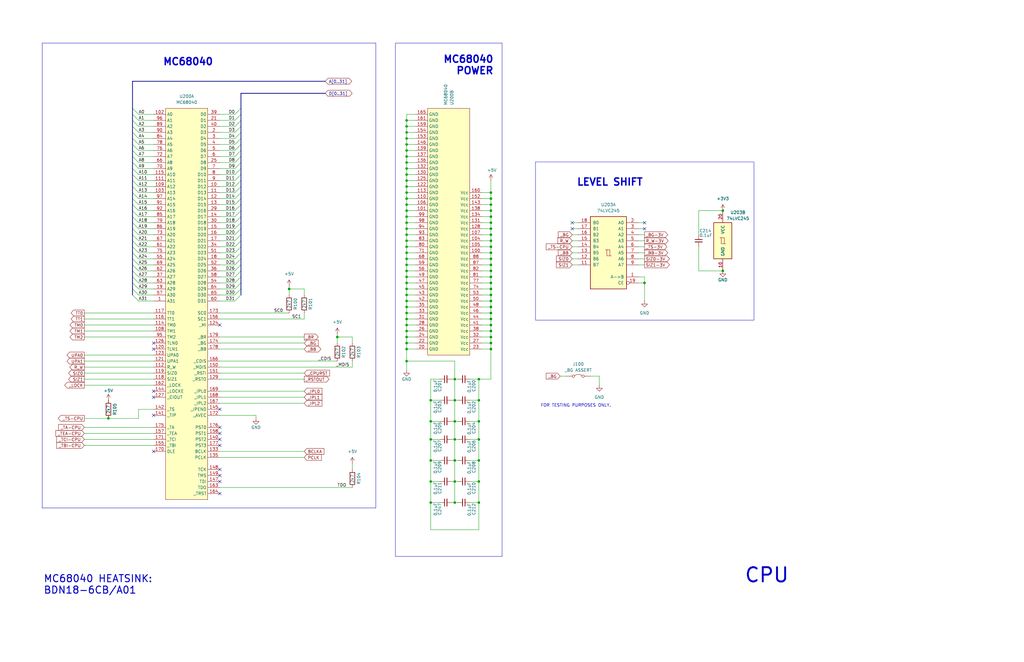
<source format=kicad_sch>
(kicad_sch (version 20231120) (generator "eeschema") (generator_version "8.0")
  (paper "B")
  (title_block (title "AmigaPCI 68040 Local Bus Card") (date "2024-12-31") (rev "4.1"))
  (junction (at 171.45 63.5))
  (junction (at 171.45 83.82))
  (junction (at 121.92 121.92))
  (junction (at 171.45 58.42))
  (junction (at 181.61 203.2))
  (junction (at 191.77 177.8))
  (junction (at 201.93 177.8))
  (junction (at 181.61 212.09))
  (junction (at 171.45 68.58))
  (junction (at 171.45 76.2))
  (junction (at 304.8 114.3))
  (junction (at 171.45 134.62))
  (junction (at 171.45 127))
  (junction (at 207.01 129.54))
  (junction (at 207.01 144.78))
  (junction (at 207.01 121.92))
  (junction (at 171.45 132.08))
  (junction (at 207.01 139.7))
  (junction (at 45.72 176.53))
  (junction (at 171.45 152.4))
  (junction (at 191.77 185.42))
  (junction (at 171.45 137.16))
  (junction (at 181.61 177.8))
  (junction (at 207.01 104.14))
  (junction (at 171.45 104.14))
  (junction (at 171.45 81.28))
  (junction (at 171.45 71.12))
  (junction (at 171.45 147.32))
  (junction (at 191.77 203.2))
  (junction (at 207.01 106.68))
  (junction (at 171.45 93.98))
  (junction (at 207.01 147.32))
  (junction (at 171.45 111.76))
  (junction (at 181.61 168.91))
  (junction (at 207.01 114.3))
  (junction (at 271.78 119.38))
  (junction (at 207.01 99.06))
  (junction (at 171.45 66.04))
  (junction (at 142.24 142.24))
  (junction (at 207.01 93.98))
  (junction (at 201.93 194.31))
  (junction (at 171.45 116.84))
  (junction (at 171.45 96.52))
  (junction (at 207.01 132.08))
  (junction (at 171.45 144.78))
  (junction (at 207.01 83.82))
  (junction (at 304.8 88.9))
  (junction (at 207.01 116.84))
  (junction (at 171.45 73.66))
  (junction (at 171.45 109.22))
  (junction (at 171.45 55.88))
  (junction (at 207.01 88.9))
  (junction (at 171.45 88.9))
  (junction (at 191.77 168.91))
  (junction (at 171.45 139.7))
  (junction (at 201.93 212.09))
  (junction (at 207.01 134.62))
  (junction (at 171.45 124.46))
  (junction (at 171.45 99.06))
  (junction (at 207.01 91.44))
  (junction (at 207.01 127))
  (junction (at 207.01 119.38))
  (junction (at 201.93 160.02))
  (junction (at 171.45 86.36))
  (junction (at 207.01 81.28))
  (junction (at 171.45 53.34))
  (junction (at 171.45 91.44))
  (junction (at 207.01 101.6))
  (junction (at 171.45 129.54))
  (junction (at 171.45 106.68))
  (junction (at 171.45 142.24))
  (junction (at 207.01 86.36))
  (junction (at 207.01 109.22))
  (junction (at 191.77 194.31))
  (junction (at 171.45 50.8))
  (junction (at 201.93 203.2))
  (junction (at 201.93 185.42))
  (junction (at 181.61 185.42))
  (junction (at 171.45 60.96))
  (junction (at 171.45 121.92))
  (junction (at 191.77 212.09))
  (junction (at 207.01 137.16))
  (junction (at 181.61 194.31))
  (junction (at 171.45 101.6))
  (junction (at 171.45 119.38))
  (junction (at 171.45 78.74))
  (junction (at 207.01 111.76))
  (junction (at 201.93 168.91))
  (junction (at 207.01 142.24))
  (junction (at 207.01 124.46))
  (junction (at 207.01 96.52))
  (junction (at 171.45 114.3))
  (junction (at 191.77 160.02))
  (no_connect (at 92.71 208.28))
  (no_connect (at 64.77 144.78))
  (no_connect (at 271.78 96.52))
  (no_connect (at 64.77 175.26))
  (no_connect (at 64.77 190.5))
  (no_connect (at 64.77 167.64))
  (no_connect (at 92.71 185.42))
  (no_connect (at 64.77 165.1))
  (no_connect (at 92.71 182.88))
  (no_connect (at 64.77 147.32))
  (no_connect (at 92.71 137.16))
  (no_connect (at 92.71 172.72))
  (no_connect (at 271.78 93.98))
  (no_connect (at 92.71 200.66))
  (no_connect (at 92.71 198.12))
  (no_connect (at 92.71 187.96))
  (no_connect (at 241.3 93.98))
  (no_connect (at 241.3 96.52))
  (no_connect (at 92.71 203.2))
  (no_connect (at 92.71 180.34))
  (bus_entry (at 99.06 50.8) (size 2.54 -2.54))
  (bus_entry (at 99.06 91.44) (size 2.54 -2.54))
  (bus_entry (at 58.42 106.68) (size -2.54 -2.54))
  (bus_entry (at 99.06 76.2) (size 2.54 -2.54))
  (bus_entry (at 58.42 58.42) (size -2.54 -2.54))
  (bus_entry (at 58.42 88.9) (size -2.54 -2.54))
  (bus_entry (at 99.06 78.74) (size 2.54 -2.54))
  (bus_entry (at 99.06 104.14) (size 2.54 -2.54))
  (bus_entry (at 99.06 60.96) (size 2.54 -2.54))
  (bus_entry (at 99.06 83.82) (size 2.54 -2.54))
  (bus_entry (at 58.42 83.82) (size -2.54 -2.54))
  (bus_entry (at 58.42 63.5) (size -2.54 -2.54))
  (bus_entry (at 99.06 63.5) (size 2.54 -2.54))
  (bus_entry (at 58.42 96.52) (size -2.54 -2.54))
  (bus_entry (at 99.06 101.6) (size 2.54 -2.54))
  (bus_entry (at 58.42 116.84) (size -2.54 -2.54))
  (bus_entry (at 58.42 124.46) (size -2.54 -2.54))
  (bus_entry (at 58.42 93.98) (size -2.54 -2.54))
  (bus_entry (at 99.06 116.84) (size 2.54 -2.54))
  (bus_entry (at 99.06 124.46) (size 2.54 -2.54))
  (bus_entry (at 99.06 106.68) (size 2.54 -2.54))
  (bus_entry (at 58.42 81.28) (size -2.54 -2.54))
  (bus_entry (at 58.42 101.6) (size -2.54 -2.54))
  (bus_entry (at 99.06 53.34) (size 2.54 -2.54))
  (bus_entry (at 99.06 86.36) (size 2.54 -2.54))
  (bus_entry (at 99.06 88.9) (size 2.54 -2.54))
  (bus_entry (at 58.42 48.26) (size -2.54 -2.54))
  (bus_entry (at 58.42 109.22) (size -2.54 -2.54))
  (bus_entry (at 99.06 93.98) (size 2.54 -2.54))
  (bus_entry (at 58.42 50.8) (size -2.54 -2.54))
  (bus_entry (at 58.42 121.92) (size -2.54 -2.54))
  (bus_entry (at 58.42 127) (size -2.54 -2.54))
  (bus_entry (at 58.42 91.44) (size -2.54 -2.54))
  (bus_entry (at 99.06 73.66) (size 2.54 -2.54))
  (bus_entry (at 58.42 119.38) (size -2.54 -2.54))
  (bus_entry (at 58.42 114.3) (size -2.54 -2.54))
  (bus_entry (at 99.06 58.42) (size 2.54 -2.54))
  (bus_entry (at 99.06 121.92) (size 2.54 -2.54))
  (bus_entry (at 99.06 109.22) (size 2.54 -2.54))
  (bus_entry (at 58.42 71.12) (size -2.54 -2.54))
  (bus_entry (at 99.06 127) (size 2.54 -2.54))
  (bus_entry (at 99.06 111.76) (size 2.54 -2.54))
  (bus_entry (at 58.42 53.34) (size -2.54 -2.54))
  (bus_entry (at 58.42 99.06) (size -2.54 -2.54))
  (bus_entry (at 58.42 78.74) (size -2.54 -2.54))
  (bus_entry (at 99.06 114.3) (size 2.54 -2.54))
  (bus_entry (at 58.42 86.36) (size -2.54 -2.54))
  (bus_entry (at 99.06 55.88) (size 2.54 -2.54))
  (bus_entry (at 58.42 104.14) (size -2.54 -2.54))
  (bus_entry (at 58.42 111.76) (size -2.54 -2.54))
  (bus_entry (at 99.06 66.04) (size 2.54 -2.54))
  (bus_entry (at 58.42 66.04) (size -2.54 -2.54))
  (bus_entry (at 58.42 60.96) (size -2.54 -2.54))
  (bus_entry (at 99.06 119.38) (size 2.54 -2.54))
  (bus_entry (at 58.42 73.66) (size -2.54 -2.54))
  (bus_entry (at 99.06 96.52) (size 2.54 -2.54))
  (bus_entry (at 58.42 68.58) (size -2.54 -2.54))
  (bus_entry (at 99.06 48.26) (size 2.54 -2.54))
  (bus_entry (at 99.06 81.28) (size 2.54 -2.54))
  (bus_entry (at 99.06 99.06) (size 2.54 -2.54))
  (bus_entry (at 58.42 76.2) (size -2.54 -2.54))
  (bus_entry (at 99.06 71.12) (size 2.54 -2.54))
  (bus_entry (at 99.06 68.58) (size 2.54 -2.54))
  (bus_entry (at 58.42 55.88) (size -2.54 -2.54))
  (wire (pts (xy 35.56 152.4) (xy 64.77 152.4)))
  (wire (pts (xy 236.22 158.75) (xy 238.76 158.75)))
  (wire (pts (xy 171.45 106.68) (xy 171.45 109.22)))
  (wire (pts (xy 207.01 99.06) (xy 207.01 101.6)))
  (wire (pts (xy 92.71 132.08) (xy 121.92 132.08)))
  (wire (pts (xy 92.71 127) (xy 99.06 127)))
  (wire (pts (xy 241.3 96.52) (xy 243.84 96.52)))
  (wire (pts (xy 207.01 116.84) (xy 203.2 116.84)))
  (wire (pts (xy 191.77 152.4) (xy 191.77 160.02)))
  (wire (pts (xy 207.01 83.82) (xy 207.01 86.36)))
  (wire (pts (xy 58.42 81.28) (xy 64.77 81.28)))
  (wire (pts (xy 58.42 73.66) (xy 64.77 73.66)))
  (wire (pts (xy 175.26 81.28) (xy 171.45 81.28)))
  (wire (pts (xy 58.42 119.38) (xy 64.77 119.38)))
  (wire (pts (xy 92.71 73.66) (xy 99.06 73.66)))
  (bus (pts (xy 101.6 83.82) (xy 101.6 86.36)))
  (wire (pts (xy 198.12 160.02) (xy 201.93 160.02)))
  (wire (pts (xy 269.24 116.84) (xy 271.78 116.84)))
  (wire (pts (xy 171.45 73.66) (xy 171.45 76.2)))
  (wire (pts (xy 193.04 212.09) (xy 191.77 212.09)))
  (wire (pts (xy 193.04 203.2) (xy 191.77 203.2)))
  (wire (pts (xy 128.27 124.46) (xy 128.27 121.92)))
  (wire (pts (xy 35.56 149.86) (xy 64.77 149.86)))
  (wire (pts (xy 207.01 121.92) (xy 207.01 124.46)))
  (wire (pts (xy 35.56 180.34) (xy 64.77 180.34)))
  (wire (pts (xy 207.01 104.14) (xy 207.01 106.68)))
  (wire (pts (xy 175.26 96.52) (xy 171.45 96.52)))
  (wire (pts (xy 148.59 195.58) (xy 148.59 198.12)))
  (bus (pts (xy 101.6 109.22) (xy 101.6 111.76)))
  (bus (pts (xy 55.88 96.52) (xy 55.88 99.06)))
  (wire (pts (xy 181.61 203.2) (xy 185.42 203.2)))
  (wire (pts (xy 35.56 182.88) (xy 64.77 182.88)))
  (wire (pts (xy 191.77 185.42) (xy 191.77 194.31)))
  (wire (pts (xy 58.42 121.92) (xy 64.77 121.92)))
  (bus (pts (xy 101.6 106.68) (xy 101.6 109.22)))
  (bus (pts (xy 55.88 68.58) (xy 55.88 71.12)))
  (wire (pts (xy 181.61 160.02) (xy 181.61 168.91)))
  (wire (pts (xy 175.26 147.32) (xy 171.45 147.32)))
  (wire (pts (xy 92.71 50.8) (xy 99.06 50.8)))
  (wire (pts (xy 175.26 106.68) (xy 171.45 106.68)))
  (wire (pts (xy 171.45 50.8) (xy 171.45 53.34)))
  (wire (pts (xy 92.71 91.44) (xy 99.06 91.44)))
  (wire (pts (xy 198.12 168.91) (xy 201.93 168.91)))
  (wire (pts (xy 201.93 223.52) (xy 181.61 223.52)))
  (wire (pts (xy 207.01 144.78) (xy 207.01 147.32)))
  (wire (pts (xy 92.71 55.88) (xy 99.06 55.88)))
  (wire (pts (xy 58.42 83.82) (xy 64.77 83.82)))
  (wire (pts (xy 58.42 86.36) (xy 64.77 86.36)))
  (bus (pts (xy 101.6 86.36) (xy 101.6 88.9)))
  (wire (pts (xy 58.42 172.72) (xy 64.77 172.72)))
  (wire (pts (xy 171.45 129.54) (xy 171.45 132.08)))
  (wire (pts (xy 207.01 114.3) (xy 203.2 114.3)))
  (bus (pts (xy 101.6 45.72) (xy 101.6 48.26)))
  (wire (pts (xy 58.42 114.3) (xy 64.77 114.3)))
  (bus (pts (xy 55.88 83.82) (xy 55.88 86.36)))
  (wire (pts (xy 35.56 154.94) (xy 64.77 154.94)))
  (bus (pts (xy 101.6 101.6) (xy 101.6 104.14)))
  (bus (pts (xy 101.6 121.92) (xy 101.6 124.46)))
  (wire (pts (xy 175.26 101.6) (xy 171.45 101.6)))
  (wire (pts (xy 207.01 144.78) (xy 203.2 144.78)))
  (wire (pts (xy 207.01 81.28) (xy 207.01 83.82)))
  (wire (pts (xy 175.26 119.38) (xy 171.45 119.38)))
  (wire (pts (xy 203.2 132.08) (xy 207.01 132.08)))
  (wire (pts (xy 171.45 58.42) (xy 171.45 60.96)))
  (bus (pts (xy 55.88 66.04) (xy 55.88 68.58)))
  (wire (pts (xy 35.56 162.56) (xy 64.77 162.56)))
  (bus (pts (xy 55.88 81.28) (xy 55.88 83.82)))
  (wire (pts (xy 175.26 50.8) (xy 171.45 50.8)))
  (wire (pts (xy 171.45 55.88) (xy 171.45 58.42)))
  (wire (pts (xy 191.77 168.91) (xy 190.5 168.91)))
  (wire (pts (xy 241.3 109.22) (xy 243.84 109.22)))
  (bus (pts (xy 55.88 50.8) (xy 55.88 53.34)))
  (wire (pts (xy 171.45 60.96) (xy 171.45 63.5)))
  (wire (pts (xy 175.26 93.98) (xy 171.45 93.98)))
  (bus (pts (xy 101.6 66.04) (xy 101.6 68.58)))
  (wire (pts (xy 241.3 111.76) (xy 243.84 111.76)))
  (wire (pts (xy 92.71 99.06) (xy 99.06 99.06)))
  (wire (pts (xy 171.45 111.76) (xy 171.45 114.3)))
  (wire (pts (xy 175.26 116.84) (xy 171.45 116.84)))
  (wire (pts (xy 193.04 160.02) (xy 191.77 160.02)))
  (wire (pts (xy 271.78 119.38) (xy 269.24 119.38)))
  (wire (pts (xy 175.26 99.06) (xy 171.45 99.06)))
  (wire (pts (xy 207.01 139.7) (xy 207.01 142.24)))
  (wire (pts (xy 171.45 53.34) (xy 171.45 55.88)))
  (wire (pts (xy 175.26 68.58) (xy 171.45 68.58)))
  (wire (pts (xy 171.45 144.78) (xy 171.45 147.32)))
  (wire (pts (xy 294.64 114.3) (xy 304.8 114.3)))
  (wire (pts (xy 207.01 99.06) (xy 203.2 99.06)))
  (bus (pts (xy 55.88 48.26) (xy 55.88 50.8)))
  (bus (pts (xy 101.6 68.58) (xy 101.6 71.12)))
  (wire (pts (xy 191.77 168.91) (xy 191.77 177.8)))
  (wire (pts (xy 193.04 168.91) (xy 191.77 168.91)))
  (wire (pts (xy 35.56 187.96) (xy 64.77 187.96)))
  (bus (pts (xy 101.6 60.96) (xy 101.6 63.5)))
  (wire (pts (xy 241.3 93.98) (xy 243.84 93.98)))
  (wire (pts (xy 241.3 104.14) (xy 243.84 104.14)))
  (wire (pts (xy 58.42 101.6) (xy 64.77 101.6)))
  (wire (pts (xy 121.92 121.92) (xy 121.92 124.46)))
  (wire (pts (xy 148.59 144.78) (xy 148.59 142.24)))
  (bus (pts (xy 101.6 119.38) (xy 101.6 121.92)))
  (wire (pts (xy 207.01 109.22) (xy 207.01 111.76)))
  (bus (pts (xy 55.88 88.9) (xy 55.88 91.44)))
  (bus (pts (xy 55.88 93.98) (xy 55.88 96.52)))
  (wire (pts (xy 198.12 185.42) (xy 201.93 185.42)))
  (wire (pts (xy 207.01 124.46) (xy 207.01 127)))
  (wire (pts (xy 92.71 134.62) (xy 128.27 134.62)))
  (bus (pts (xy 55.88 55.88) (xy 55.88 58.42)))
  (wire (pts (xy 92.71 116.84) (xy 99.06 116.84)))
  (wire (pts (xy 207.01 139.7) (xy 203.2 139.7)))
  (wire (pts (xy 181.61 177.8) (xy 185.42 177.8)))
  (wire (pts (xy 207.01 127) (xy 203.2 127)))
  (wire (pts (xy 58.42 116.84) (xy 64.77 116.84)))
  (wire (pts (xy 171.45 119.38) (xy 171.45 121.92)))
  (wire (pts (xy 92.71 142.24) (xy 128.27 142.24)))
  (wire (pts (xy 248.92 158.75) (xy 252.73 158.75)))
  (wire (pts (xy 175.26 55.88) (xy 171.45 55.88)))
  (wire (pts (xy 207.01 96.52) (xy 207.01 99.06)))
  (wire (pts (xy 207.01 127) (xy 207.01 129.54)))
  (bus (pts (xy 55.88 76.2) (xy 55.88 78.74)))
  (wire (pts (xy 92.71 193.04) (xy 128.27 193.04)))
  (wire (pts (xy 175.26 121.92) (xy 171.45 121.92)))
  (bus (pts (xy 101.6 58.42) (xy 101.6 60.96)))
  (wire (pts (xy 207.01 83.82) (xy 203.2 83.82)))
  (wire (pts (xy 92.71 104.14) (xy 99.06 104.14)))
  (wire (pts (xy 175.26 129.54) (xy 171.45 129.54)))
  (wire (pts (xy 92.71 53.34) (xy 99.06 53.34)))
  (wire (pts (xy 201.93 177.8) (xy 201.93 185.42)))
  (wire (pts (xy 171.45 137.16) (xy 171.45 139.7)))
  (wire (pts (xy 191.77 177.8) (xy 191.77 185.42)))
  (wire (pts (xy 191.77 212.09) (xy 190.5 212.09)))
  (wire (pts (xy 271.78 99.06) (xy 269.24 99.06)))
  (wire (pts (xy 175.26 142.24) (xy 171.45 142.24)))
  (bus (pts (xy 101.6 93.98) (xy 101.6 96.52)))
  (wire (pts (xy 92.71 71.12) (xy 99.06 71.12)))
  (wire (pts (xy 207.01 106.68) (xy 203.2 106.68)))
  (wire (pts (xy 207.01 119.38) (xy 207.01 121.92)))
  (wire (pts (xy 252.73 158.75) (xy 252.73 162.56)))
  (wire (pts (xy 171.45 83.82) (xy 171.45 86.36)))
  (wire (pts (xy 148.59 142.24) (xy 142.24 142.24)))
  (wire (pts (xy 58.42 50.8) (xy 64.77 50.8)))
  (wire (pts (xy 181.61 212.09) (xy 181.61 223.52)))
  (bus (pts (xy 101.6 55.88) (xy 101.6 58.42)))
  (bus (pts (xy 101.6 91.44) (xy 101.6 93.98)))
  (wire (pts (xy 142.24 140.97) (xy 142.24 142.24)))
  (wire (pts (xy 58.42 53.34) (xy 64.77 53.34)))
  (wire (pts (xy 207.01 134.62) (xy 207.01 137.16)))
  (wire (pts (xy 58.42 68.58) (xy 64.77 68.58)))
  (wire (pts (xy 58.42 124.46) (xy 64.77 124.46)))
  (wire (pts (xy 207.01 116.84) (xy 207.01 119.38)))
  (wire (pts (xy 92.71 58.42) (xy 99.06 58.42)))
  (wire (pts (xy 171.45 96.52) (xy 171.45 99.06)))
  (wire (pts (xy 207.01 104.14) (xy 203.2 104.14)))
  (bus (pts (xy 101.6 73.66) (xy 101.6 76.2)))
  (wire (pts (xy 207.01 106.68) (xy 207.01 109.22)))
  (wire (pts (xy 175.26 127) (xy 171.45 127)))
  (wire (pts (xy 58.42 58.42) (xy 64.77 58.42)))
  (wire (pts (xy 175.26 124.46) (xy 171.45 124.46)))
  (wire (pts (xy 193.04 185.42) (xy 191.77 185.42)))
  (wire (pts (xy 198.12 177.8) (xy 201.93 177.8)))
  (wire (pts (xy 171.45 114.3) (xy 171.45 116.84)))
  (wire (pts (xy 35.56 132.08) (xy 64.77 132.08)))
  (wire (pts (xy 207.01 114.3) (xy 207.01 116.84)))
  (bus (pts (xy 55.88 106.68) (xy 55.88 109.22)))
  (bus (pts (xy 101.6 104.14) (xy 101.6 106.68)))
  (wire (pts (xy 171.45 81.28) (xy 171.45 83.82)))
  (wire (pts (xy 191.77 160.02) (xy 191.77 168.91)))
  (wire (pts (xy 175.26 58.42) (xy 171.45 58.42)))
  (bus (pts (xy 55.88 34.29) (xy 137.16 34.29)))
  (wire (pts (xy 92.71 88.9) (xy 99.06 88.9)))
  (wire (pts (xy 294.64 99.06) (xy 294.64 88.9)))
  (wire (pts (xy 175.26 104.14) (xy 171.45 104.14)))
  (bus (pts (xy 55.88 101.6) (xy 55.88 104.14)))
  (wire (pts (xy 271.78 109.22) (xy 269.24 109.22)))
  (bus (pts (xy 55.88 91.44) (xy 55.88 93.98)))
  (wire (pts (xy 175.26 111.76) (xy 171.45 111.76)))
  (wire (pts (xy 92.71 157.48) (xy 128.27 157.48)))
  (wire (pts (xy 171.45 68.58) (xy 171.45 71.12)))
  (bus (pts (xy 55.88 58.42) (xy 55.88 60.96)))
  (wire (pts (xy 171.45 142.24) (xy 171.45 144.78)))
  (wire (pts (xy 92.71 68.58) (xy 99.06 68.58)))
  (wire (pts (xy 191.77 194.31) (xy 191.77 203.2)))
  (wire (pts (xy 269.24 111.76) (xy 271.78 111.76)))
  (wire (pts (xy 207.01 142.24) (xy 207.01 144.78)))
  (bus (pts (xy 55.88 99.06) (xy 55.88 101.6)))
  (wire (pts (xy 58.42 104.14) (xy 64.77 104.14)))
  (wire (pts (xy 207.01 132.08) (xy 207.01 134.62)))
  (wire (pts (xy 92.71 83.82) (xy 99.06 83.82)))
  (bus (pts (xy 55.88 60.96) (xy 55.88 63.5)))
  (wire (pts (xy 58.42 63.5) (xy 64.77 63.5)))
  (wire (pts (xy 198.12 212.09) (xy 201.93 212.09)))
  (bus (pts (xy 101.6 63.5) (xy 101.6 66.04)))
  (wire (pts (xy 58.42 99.06) (xy 64.77 99.06)))
  (wire (pts (xy 207.01 109.22) (xy 203.2 109.22)))
  (wire (pts (xy 92.71 96.52) (xy 99.06 96.52)))
  (wire (pts (xy 271.78 93.98) (xy 269.24 93.98)))
  (wire (pts (xy 207.01 111.76) (xy 207.01 114.3)))
  (bus (pts (xy 55.88 111.76) (xy 55.88 114.3)))
  (wire (pts (xy 175.26 137.16) (xy 171.45 137.16)))
  (wire (pts (xy 198.12 194.31) (xy 201.93 194.31)))
  (wire (pts (xy 92.71 78.74) (xy 99.06 78.74)))
  (bus (pts (xy 55.88 119.38) (xy 55.88 121.92)))
  (wire (pts (xy 181.61 194.31) (xy 181.61 203.2)))
  (wire (pts (xy 191.77 160.02) (xy 190.5 160.02)))
  (wire (pts (xy 241.3 101.6) (xy 243.84 101.6)))
  (wire (pts (xy 175.26 73.66) (xy 171.45 73.66)))
  (bus (pts (xy 55.88 63.5) (xy 55.88 66.04)))
  (wire (pts (xy 207.01 119.38) (xy 203.2 119.38)))
  (wire (pts (xy 207.01 96.52) (xy 203.2 96.52)))
  (wire (pts (xy 181.61 160.02) (xy 185.42 160.02)))
  (wire (pts (xy 207.01 137.16) (xy 203.2 137.16)))
  (wire (pts (xy 271.78 106.68) (xy 269.24 106.68)))
  (wire (pts (xy 201.93 203.2) (xy 201.93 212.09)))
  (wire (pts (xy 175.26 91.44) (xy 171.45 91.44)))
  (wire (pts (xy 35.56 137.16) (xy 64.77 137.16)))
  (wire (pts (xy 175.26 132.08) (xy 171.45 132.08)))
  (wire (pts (xy 203.2 91.44) (xy 207.01 91.44)))
  (wire (pts (xy 175.26 88.9) (xy 171.45 88.9)))
  (wire (pts (xy 207.01 88.9) (xy 207.01 91.44)))
  (wire (pts (xy 92.71 66.04) (xy 99.06 66.04)))
  (wire (pts (xy 271.78 101.6) (xy 269.24 101.6)))
  (wire (pts (xy 92.71 101.6) (xy 99.06 101.6)))
  (wire (pts (xy 207.01 137.16) (xy 207.01 139.7)))
  (wire (pts (xy 171.45 156.21) (xy 171.45 152.4)))
  (wire (pts (xy 207.01 93.98) (xy 207.01 96.52)))
  (wire (pts (xy 58.42 71.12) (xy 64.77 71.12)))
  (wire (pts (xy 58.42 55.88) (xy 64.77 55.88)))
  (wire (pts (xy 92.71 76.2) (xy 99.06 76.2)))
  (wire (pts (xy 181.61 194.31) (xy 185.42 194.31)))
  (wire (pts (xy 171.45 91.44) (xy 171.45 93.98)))
  (wire (pts (xy 121.92 120.65) (xy 121.92 121.92)))
  (wire (pts (xy 191.77 177.8) (xy 190.5 177.8)))
  (wire (pts (xy 171.45 139.7) (xy 171.45 142.24)))
  (wire (pts (xy 58.42 76.2) (xy 64.77 76.2)))
  (wire (pts (xy 142.24 142.24) (xy 142.24 144.78)))
  (wire (pts (xy 92.71 147.32) (xy 128.27 147.32)))
  (wire (pts (xy 207.01 91.44) (xy 207.01 93.98)))
  (bus (pts (xy 55.88 53.34) (xy 55.88 55.88)))
  (bus (pts (xy 101.6 76.2) (xy 101.6 78.74)))
  (wire (pts (xy 58.42 176.53) (xy 58.42 172.72)))
  (wire (pts (xy 175.26 139.7) (xy 171.45 139.7)))
  (bus (pts (xy 101.6 39.37) (xy 137.16 39.37)))
  (wire (pts (xy 181.61 168.91) (xy 185.42 168.91)))
  (wire (pts (xy 171.45 116.84) (xy 171.45 119.38)))
  (wire (pts (xy 175.26 114.3) (xy 171.45 114.3)))
  (wire (pts (xy 175.26 109.22) (xy 171.45 109.22)))
  (bus (pts (xy 101.6 96.52) (xy 101.6 99.06)))
  (wire (pts (xy 171.45 48.26) (xy 171.45 50.8)))
  (bus (pts (xy 101.6 45.72) (xy 101.6 39.37)))
  (wire (pts (xy 171.45 78.74) (xy 171.45 81.28)))
  (wire (pts (xy 35.56 134.62) (xy 64.77 134.62)))
  (wire (pts (xy 171.45 104.14) (xy 171.45 106.68)))
  (wire (pts (xy 171.45 124.46) (xy 171.45 127)))
  (wire (pts (xy 271.78 104.14) (xy 269.24 104.14)))
  (wire (pts (xy 175.26 66.04) (xy 171.45 66.04)))
  (wire (pts (xy 181.61 168.91) (xy 181.61 177.8)))
  (wire (pts (xy 191.77 152.4) (xy 171.45 152.4)))
  (wire (pts (xy 35.56 176.53) (xy 45.72 176.53)))
  (wire (pts (xy 181.61 177.8) (xy 181.61 185.42)))
  (wire (pts (xy 35.56 160.02) (xy 64.77 160.02)))
  (wire (pts (xy 175.26 63.5) (xy 171.45 63.5)))
  (wire (pts (xy 148.59 152.4) (xy 148.59 154.94)))
  (wire (pts (xy 171.45 86.36) (xy 171.45 88.9)))
  (wire (pts (xy 207.01 129.54) (xy 207.01 132.08)))
  (wire (pts (xy 92.71 167.64) (xy 128.27 167.64)))
  (wire (pts (xy 294.64 104.14) (xy 294.64 114.3)))
  (wire (pts (xy 92.71 114.3) (xy 99.06 114.3)))
  (wire (pts (xy 203.2 111.76) (xy 207.01 111.76)))
  (wire (pts (xy 92.71 109.22) (xy 99.06 109.22)))
  (wire (pts (xy 92.71 205.74) (xy 148.59 205.74)))
  (wire (pts (xy 181.61 212.09) (xy 185.42 212.09)))
  (wire (pts (xy 171.45 93.98) (xy 171.45 96.52)))
  (wire (pts (xy 207.01 101.6) (xy 207.01 104.14)))
  (wire (pts (xy 171.45 132.08) (xy 171.45 134.62)))
  (wire (pts (xy 207.01 160.02) (xy 201.93 160.02)))
  (wire (pts (xy 128.27 132.08) (xy 128.27 134.62)))
  (wire (pts (xy 35.56 185.42) (xy 64.77 185.42)))
  (wire (pts (xy 191.77 185.42) (xy 190.5 185.42)))
  (wire (pts (xy 207.01 76.2) (xy 207.01 81.28)))
  (bus (pts (xy 55.88 45.72) (xy 55.88 48.26)))
  (wire (pts (xy 58.42 127) (xy 64.77 127)))
  (wire (pts (xy 35.56 139.7) (xy 64.77 139.7)))
  (wire (pts (xy 191.77 203.2) (xy 190.5 203.2)))
  (wire (pts (xy 171.45 76.2) (xy 171.45 78.74)))
  (wire (pts (xy 201.93 168.91) (xy 201.93 177.8)))
  (wire (pts (xy 107.95 175.26) (xy 107.95 176.53)))
  (wire (pts (xy 171.45 63.5) (xy 171.45 66.04)))
  (wire (pts (xy 171.45 88.9) (xy 171.45 91.44)))
  (bus (pts (xy 55.88 71.12) (xy 55.88 73.66)))
  (wire (pts (xy 92.71 106.68) (xy 99.06 106.68)))
  (wire (pts (xy 92.71 165.1) (xy 128.27 165.1)))
  (wire (pts (xy 171.45 71.12) (xy 171.45 73.66)))
  (wire (pts (xy 207.01 134.62) (xy 203.2 134.62)))
  (wire (pts (xy 92.71 93.98) (xy 99.06 93.98)))
  (wire (pts (xy 58.42 48.26) (xy 64.77 48.26)))
  (bus (pts (xy 55.88 104.14) (xy 55.88 106.68)))
  (wire (pts (xy 207.01 147.32) (xy 203.2 147.32)))
  (wire (pts (xy 175.26 86.36) (xy 171.45 86.36)))
  (wire (pts (xy 198.12 203.2) (xy 201.93 203.2)))
  (wire (pts (xy 171.45 101.6) (xy 171.45 104.14)))
  (wire (pts (xy 171.45 121.92) (xy 171.45 124.46)))
  (wire (pts (xy 92.71 48.26) (xy 99.06 48.26)))
  (wire (pts (xy 271.78 96.52) (xy 269.24 96.52)))
  (wire (pts (xy 201.93 160.02) (xy 201.93 168.91)))
  (wire (pts (xy 175.26 48.26) (xy 171.45 48.26)))
  (wire (pts (xy 207.01 129.54) (xy 203.2 129.54)))
  (wire (pts (xy 92.71 152.4) (xy 142.24 152.4)))
  (wire (pts (xy 58.42 93.98) (xy 64.77 93.98)))
  (wire (pts (xy 128.27 121.92) (xy 121.92 121.92)))
  (wire (pts (xy 92.71 119.38) (xy 99.06 119.38)))
  (wire (pts (xy 171.45 66.04) (xy 171.45 68.58)))
  (wire (pts (xy 207.01 124.46) (xy 203.2 124.46)))
  (wire (pts (xy 207.01 86.36) (xy 203.2 86.36)))
  (wire (pts (xy 241.3 106.68) (xy 243.84 106.68)))
  (wire (pts (xy 203.2 101.6) (xy 207.01 101.6)))
  (wire (pts (xy 92.71 124.46) (xy 99.06 124.46)))
  (wire (pts (xy 58.42 91.44) (xy 64.77 91.44)))
  (wire (pts (xy 175.26 134.62) (xy 171.45 134.62)))
  (wire (pts (xy 191.77 203.2) (xy 191.77 212.09)))
  (wire (pts (xy 203.2 81.28) (xy 207.01 81.28)))
  (bus (pts (xy 101.6 48.26) (xy 101.6 50.8)))
  (wire (pts (xy 35.56 142.24) (xy 64.77 142.24)))
  (wire (pts (xy 201.93 194.31) (xy 201.93 203.2)))
  (wire (pts (xy 58.42 88.9) (xy 64.77 88.9)))
  (bus (pts (xy 55.88 116.84) (xy 55.88 119.38)))
  (wire (pts (xy 181.61 185.42) (xy 181.61 194.31)))
  (wire (pts (xy 92.71 111.76) (xy 99.06 111.76)))
  (wire (pts (xy 203.2 121.92) (xy 207.01 121.92)))
  (wire (pts (xy 171.45 109.22) (xy 171.45 111.76)))
  (wire (pts (xy 171.45 127) (xy 171.45 129.54)))
  (wire (pts (xy 92.71 121.92) (xy 99.06 121.92)))
  (wire (pts (xy 181.61 203.2) (xy 181.61 212.09)))
  (wire (pts (xy 175.26 78.74) (xy 171.45 78.74)))
  (wire (pts (xy 92.71 60.96) (xy 99.06 60.96)))
  (wire (pts (xy 92.71 170.18) (xy 128.27 170.18)))
  (wire (pts (xy 201.93 185.42) (xy 201.93 194.31)))
  (wire (pts (xy 58.42 109.22) (xy 64.77 109.22)))
  (wire (pts (xy 92.71 154.94) (xy 148.59 154.94)))
  (wire (pts (xy 271.78 119.38) (xy 271.78 127)))
  (bus (pts (xy 101.6 53.34) (xy 101.6 55.88)))
  (bus (pts (xy 101.6 71.12) (xy 101.6 73.66)))
  (wire (pts (xy 58.42 60.96) (xy 64.77 60.96)))
  (bus (pts (xy 55.88 34.29) (xy 55.88 45.72)))
  (wire (pts (xy 92.71 160.02) (xy 128.27 160.02)))
  (wire (pts (xy 58.42 106.68) (xy 64.77 106.68)))
  (bus (pts (xy 101.6 114.3) (xy 101.6 116.84)))
  (wire (pts (xy 92.71 81.28) (xy 99.06 81.28)))
  (wire (pts (xy 58.42 66.04) (xy 64.77 66.04)))
  (bus (pts (xy 101.6 99.06) (xy 101.6 101.6)))
  (wire (pts (xy 193.04 194.31) (xy 191.77 194.31)))
  (wire (pts (xy 58.42 78.74) (xy 64.77 78.74)))
  (bus (pts (xy 101.6 88.9) (xy 101.6 91.44)))
  (wire (pts (xy 92.71 63.5) (xy 99.06 63.5)))
  (wire (pts (xy 191.77 194.31) (xy 190.5 194.31)))
  (wire (pts (xy 271.78 116.84) (xy 271.78 119.38)))
  (bus (pts (xy 55.88 86.36) (xy 55.88 88.9)))
  (bus (pts (xy 101.6 81.28) (xy 101.6 83.82)))
  (wire (pts (xy 171.45 99.06) (xy 171.45 101.6)))
  (wire (pts (xy 181.61 185.42) (xy 185.42 185.42)))
  (wire (pts (xy 175.26 144.78) (xy 171.45 144.78)))
  (wire (pts (xy 207.01 88.9) (xy 203.2 88.9)))
  (wire (pts (xy 241.3 99.06) (xy 243.84 99.06)))
  (bus (pts (xy 101.6 111.76) (xy 101.6 114.3)))
  (wire (pts (xy 193.04 177.8) (xy 191.77 177.8)))
  (wire (pts (xy 175.26 53.34) (xy 171.45 53.34)))
  (wire (pts (xy 171.45 134.62) (xy 171.45 137.16)))
  (wire (pts (xy 207.01 147.32) (xy 207.01 160.02)))
  (bus (pts (xy 55.88 114.3) (xy 55.88 116.84)))
  (wire (pts (xy 58.42 96.52) (xy 64.77 96.52)))
  (bus (pts (xy 101.6 78.74) (xy 101.6 81.28)))
  (wire (pts (xy 175.26 83.82) (xy 171.45 83.82)))
  (wire (pts (xy 207.01 93.98) (xy 203.2 93.98)))
  (wire (pts (xy 35.56 157.48) (xy 64.77 157.48)))
  (bus (pts (xy 55.88 78.74) (xy 55.88 81.28)))
  (wire (pts (xy 175.26 76.2) (xy 171.45 76.2)))
  (bus (pts (xy 55.88 73.66) (xy 55.88 76.2)))
  (wire (pts (xy 294.64 88.9) (xy 304.8 88.9)))
  (wire (pts (xy 207.01 86.36) (xy 207.01 88.9)))
  (wire (pts (xy 92.71 144.78) (xy 128.27 144.78)))
  (bus (pts (xy 101.6 116.84) (xy 101.6 119.38)))
  (wire (pts (xy 92.71 86.36) (xy 99.06 86.36)))
  (wire (pts (xy 201.93 212.09) (xy 201.93 223.52)))
  (bus (pts (xy 101.6 50.8) (xy 101.6 53.34)))
  (bus (pts (xy 55.88 109.22) (xy 55.88 111.76)))
  (wire (pts (xy 58.42 111.76) (xy 64.77 111.76)))
  (wire (pts (xy 175.26 71.12) (xy 171.45 71.12)))
  (wire (pts (xy 175.26 60.96) (xy 171.45 60.96)))
  (wire (pts (xy 92.71 175.26) (xy 107.95 175.26)))
  (wire (pts (xy 171.45 147.32) (xy 171.45 152.4)))
  (bus (pts (xy 55.88 121.92) (xy 55.88 124.46)))
  (wire (pts (xy 203.2 142.24) (xy 207.01 142.24)))
  (wire (pts (xy 92.71 190.5) (xy 128.27 190.5)))
  (wire (pts (xy 45.72 176.53) (xy 58.42 176.53)))
  (rectangle (start 166.751 234.823) (end 211.709 18.161))
  (rectangle (start 225.806 68.326) (end 317.94 135.128))
  (rectangle (start 17.78 18.161) (end 158.496 214.376))
  (text "MC68040 HEATSINK: \nBDN18-6CB/A01" (at 18.288 250.952 0) (effects (font (size 3 3) (thickness 0.4) (bold yes)) (justify left bottom)))
  (text "LEVEL SHIFT" (at 243.078 78.74 0) (effects (font (size 3 3) (thickness 0.6) (bold yes)) (justify left bottom)))
  (text "MC68040" (at 68.58 27.94 0) (effects (font (size 3 3) (thickness 0.6) (bold yes)) (justify left bottom)))
  (text "FOR TESTING PURPOSES ONLY." (at 242.824 171.196 0) (effects (font (size 1.27 1.27))))
  (text "MC68040\nPOWER" (at 208.28 31.75 0) (effects (font (size 3 3) (thickness 0.6) (bold yes)) (justify right bottom)))
  (text "CPU" (at 313.69 246.38 0) (effects (font (size 6 6) (thickness 0.8) (bold yes)) (justify left bottom)))
  (label "D3" (at 99.06 55.88 180))
  (label "A19" (at 58.42 96.52 0))
  (label "D18" (at 99.06 93.98 180))
  (label "A5" (at 58.42 60.96 0))
  (label "A18" (at 58.42 93.98 0))
  (label "D9" (at 99.06 71.12 180))
  (label "A3" (at 58.42 55.88 0))
  (label "A23" (at 58.42 106.68 0))
  (label "A13" (at 58.42 81.28 0))
  (label "D17" (at 99.06 91.44 180))
  (label "D21" (at 99.06 101.6 180))
  (label "D29" (at 99.06 121.92 180))
  (label "A7" (at 58.42 66.04 0))
  (label "A0" (at 58.42 48.26 0))
  (label "A2" (at 58.42 53.34 0))
  (label "D2" (at 99.06 53.34 180))
  (label "A20" (at 58.42 99.06 0))
  (label "A16" (at 58.42 88.9 0))
  (label "D8" (at 99.06 68.58 180))
  (label "D30" (at 99.06 124.46 180))
  (label "SC1" (at 127 134.62 180))
  (label "D4" (at 99.06 58.42 180))
  (label "D5" (at 99.06 60.96 180))
  (label "A26" (at 58.42 114.3 0))
  (label "D22" (at 99.06 104.14 180))
  (label "D7" (at 99.06 66.04 180))
  (label "A22" (at 58.42 104.14 0))
  (label "D25" (at 99.06 111.76 180))
  (label "A27" (at 58.42 116.84 0))
  (label "A9" (at 58.42 71.12 0))
  (label "D6" (at 99.06 63.5 180))
  (label "A15" (at 58.42 86.36 0))
  (label "D16" (at 99.06 88.9 180))
  (label "A14" (at 58.42 83.82 0))
  (label "A12" (at 58.42 78.74 0))
  (label "D11" (at 99.06 76.2 180))
  (label "A4" (at 58.42 58.42 0))
  (label "A8" (at 58.42 68.58 0))
  (label "D24" (at 99.06 109.22 180))
  (label "A28" (at 58.42 119.38 0))
  (label "D27" (at 99.06 116.84 180))
  (label "D14" (at 99.06 83.82 180))
  (label "D26" (at 99.06 114.3 180))
  (label "_MDIS" (at 147.32 154.94 180))
  (label "A1" (at 58.42 50.8 0))
  (label "A25" (at 58.42 111.76 0))
  (label "D1" (at 99.06 50.8 180))
  (label "A10" (at 58.42 73.66 0))
  (label "D15" (at 99.06 86.36 180))
  (label "A30" (at 58.42 124.46 0))
  (label "A29" (at 58.42 121.92 0))
  (label "D19" (at 99.06 96.52 180))
  (label "_CDIS" (at 139.7 152.4 180))
  (label "D28" (at 99.06 119.38 180))
  (label "A6" (at 58.42 63.5 0))
  (label "SC0" (at 119.38 132.08 180))
  (label "D23" (at 99.06 106.68 180))
  (label "D13" (at 99.06 81.28 180))
  (label "D31" (at 99.06 127 180))
  (label "D20" (at 99.06 99.06 180))
  (label "A11" (at 58.42 76.2 0))
  (label "D12" (at 99.06 78.74 180))
  (label "TDO" (at 146.05 205.74 180))
  (label "D10" (at 99.06 73.66 180))
  (label "D0" (at 99.06 48.26 180))
  (label "A31" (at 58.42 127 0))
  (label "A24" (at 58.42 109.22 0))
  (label "A21" (at 58.42 101.6 0))
  (label "A17" (at 58.42 91.44 0))
  (global_label "TT0" (shape output) (at 35.56 132.08 180) (property "Intersheetrefs" "${INTERSHEET_REFS}" (at 29.5095 132.08 0) (effects (justify right))))
  (global_label "SIZ1" (shape input) (at 241.3 111.76 180) (property "Intersheetrefs" "${INTERSHEET_REFS}" (at 234.0815 111.76 0) (effects (justify right))))
  (global_label "R_W" (shape output) (at 35.56 154.94 180) (property "Intersheetrefs" "${INTERSHEET_REFS}" (at 29.337 154.94 0) (effects (justify right))))
  (global_label "_IPL2" (shape input) (at 128.27 170.18 0) (property "Intersheetrefs" "${INTERSHEET_REFS}" (at 136.2558 170.18 0) (effects (justify left))))
  (global_label "_LOCK" (shape output) (at 35.56 162.56 180) (property "Intersheetrefs" "${INTERSHEET_REFS}" (at 26.788 162.56 0) (effects (justify right))))
  (global_label "_BB" (shape input) (at 241.3 106.68 180) (property "Intersheetrefs" "${INTERSHEET_REFS}" (at 234.8072 106.68 0) (effects (justify right))))
  (global_label "PCLK" (shape input) (at 128.27 193.04 0) (property "Intersheetrefs" "${INTERSHEET_REFS}" (at 136.0933 193.04 0) (effects (justify left))))
  (global_label "SIZ0" (shape input) (at 241.3 109.22 180) (property "Intersheetrefs" "${INTERSHEET_REFS}" (at 234.0815 109.22 0) (effects (justify right))))
  (global_label "_BR" (shape output) (at 128.27 142.24 0) (property "Intersheetrefs" "${INTERSHEET_REFS}" (at 134.6834 142.24 0) (effects (justify left))))
  (global_label "_TS-CPU" (shape input) (at 241.3 104.14 180) (property "Intersheetrefs" "${INTERSHEET_REFS}" (at 229.7272 104.14 0) (effects (justify right))))
  (global_label "_IPL1" (shape input) (at 128.27 167.64 0) (property "Intersheetrefs" "${INTERSHEET_REFS}" (at 136.2558 167.64 0) (effects (justify left))))
  (global_label "_BG-3V" (shape output) (at 271.78 99.06 0) (property "Intersheetrefs" "${INTERSHEET_REFS}" (at 282.1433 99.06 0) (effects (justify left))))
  (global_label "SIZ0-3V" (shape output) (at 271.78 109.22 0) (property "Intersheetrefs" "${INTERSHEET_REFS}" (at 282.869 109.22 0) (effects (justify left))))
  (global_label "_BG" (shape input) (at 241.3 99.06 180) (property "Intersheetrefs" "${INTERSHEET_REFS}" (at 234.8072 99.06 0) (effects (justify right))))
  (global_label "D[0..31]" (shape bidirectional) (at 137.16 39.37 0) (property "Intersheetrefs" "${INTERSHEET_REFS}" (at 148.844 39.37 0) (effects (justify left))))
  (global_label "_TS-3V" (shape output) (at 271.78 104.14 0) (property "Intersheetrefs" "${INTERSHEET_REFS}" (at 281.7804 104.14 0) (effects (justify left))))
  (global_label "_IPL0" (shape input) (at 128.27 165.1 0) (property "Intersheetrefs" "${INTERSHEET_REFS}" (at 136.2558 165.1 0) (effects (justify left))))
  (global_label "TM2" (shape output) (at 35.56 142.24 180) (property "Intersheetrefs" "${INTERSHEET_REFS}" (at 29.0257 142.24 0) (effects (justify right))))
  (global_label "_TCI-CPU" (shape input) (at 35.56 185.42 180) (property "Intersheetrefs" "${INTERSHEET_REFS}" (at 23.3219 185.42 0) (effects (justify right))))
  (global_label "R_W" (shape input) (at 241.3 101.6 180) (property "Intersheetrefs" "${INTERSHEET_REFS}" (at 234.95 101.346 0) (effects (justify right))))
  (global_label "SIZ0" (shape output) (at 35.56 157.48 180) (property "Intersheetrefs" "${INTERSHEET_REFS}" (at 28.4209 157.48 0) (effects (justify right))))
  (global_label "A[0..31]" (shape bidirectional) (at 137.16 34.29 0) (property "Intersheetrefs" "${INTERSHEET_REFS}" (at 147.828 34.036 0) (effects (justify left))))
  (global_label "SIZ1-3V" (shape output) (at 271.78 111.76 0) (property "Intersheetrefs" "${INTERSHEET_REFS}" (at 282.869 111.76 0) (effects (justify left))))
  (global_label "_BG" (shape input) (at 236.22 158.75 180) (property "Intersheetrefs" "${INTERSHEET_REFS}" (at 229.7272 158.75 0) (effects (justify right))))
  (global_label "_CPURST" (shape input) (at 128.27 157.48 0) (property "Intersheetrefs" "${INTERSHEET_REFS}" (at 139.5404 157.48 0) (effects (justify left))))
  (global_label "_BG" (shape input) (at 128.27 144.78 0) (property "Intersheetrefs" "${INTERSHEET_REFS}" (at 134.6834 144.78 0) (effects (justify left))))
  (global_label "_TA-CPU" (shape input) (at 35.56 180.34 180) (property "Intersheetrefs" "${INTERSHEET_REFS}" (at 24.1081 180.34 0) (effects (justify right))))
  (global_label "_TBI-CPU" (shape input) (at 35.56 187.96 180) (property "Intersheetrefs" "${INTERSHEET_REFS}" (at 23.3219 187.96 0) (effects (justify right))))
  (global_label "_RSTOUT" (shape output) (at 128.27 160.02 0) (property "Intersheetrefs" "${INTERSHEET_REFS}" (at 139.2985 160.02 0) (effects (justify left))))
  (global_label "TM1" (shape output) (at 35.56 139.7 180) (property "Intersheetrefs" "${INTERSHEET_REFS}" (at 29.0257 139.7 0) (effects (justify right))))
  (global_label "_BB-3V" (shape output) (at 271.78 106.68 0) (property "Intersheetrefs" "${INTERSHEET_REFS}" (at 282.1433 106.68 0) (effects (justify left))))
  (global_label "R_W-3V" (shape output) (at 271.78 101.6 0) (property "Intersheetrefs" "${INTERSHEET_REFS}" (at 282.194 101.346 0) (effects (justify left))))
  (global_label "UPA0" (shape output) (at 35.56 149.86 180) (property "Intersheetrefs" "${INTERSHEET_REFS}" (at 27.7556 149.86 0) (effects (justify right))))
  (global_label "TT1" (shape output) (at 35.56 134.62 180) (property "Intersheetrefs" "${INTERSHEET_REFS}" (at 29.5095 134.62 0) (effects (justify right))))
  (global_label "TM0" (shape output) (at 35.56 137.16 180) (property "Intersheetrefs" "${INTERSHEET_REFS}" (at 29.0257 137.16 0) (effects (justify right))))
  (global_label "SIZ1" (shape output) (at 35.56 160.02 180) (property "Intersheetrefs" "${INTERSHEET_REFS}" (at 28.4209 160.02 0) (effects (justify right))))
  (global_label "_BB" (shape bidirectional) (at 128.27 147.32 0) (property "Intersheetrefs" "${INTERSHEET_REFS}" (at 135.7947 147.32 0) (effects (justify left))))
  (global_label "UPA1" (shape output) (at 35.56 152.4 180) (property "Intersheetrefs" "${INTERSHEET_REFS}" (at 27.7556 152.4 0) (effects (justify right))))
  (global_label "_TEA-CPU" (shape input) (at 35.56 182.88 180) (property "Intersheetrefs" "${INTERSHEET_REFS}" (at 22.9591 182.88 0) (effects (justify right))))
  (global_label "_TS-CPU" (shape output) (at 35.56 176.53 180) (property "Intersheetrefs" "${INTERSHEET_REFS}" (at 26.924 173.99 0) (effects (justify right))))
  (global_label "BCLKA" (shape input) (at 128.27 190.5 0) (property "Intersheetrefs" "${INTERSHEET_REFS}" (at 136.017 190.5 0) (effects (justify left))))
  (symbol (lib_id "Device:R") (at 148.59 201.93 0) (unit 1)
    (property "Reference" "R104" (at 151.257 204.47 90) (effects (justify left)))
    (property "Value" "2k7" (at 148.59 203.835 90) (effects (justify left)))
    (property "Footprint" "Resistor_SMD:R_0603_1608Metric" (effects (hide yes)))
  )
  (symbol (lib_id "Device:C_Small") (at 195.58 185.42 270) (unit 1)
    (property "Reference" "C206" (at 199.787 185.674 0) (effects (justify left)))
    (property "Value" "0.1uF" (at 197.866 185.674 0) (effects (justify left)))
    (property "Footprint" "Capacitor_SMD:C_0603_1608Metric" (effects (hide yes)))
  )
  (symbol (lib_id "AmigaPCI-Symbols:MC68040RC33") (at 78.74 128.27 0) (unit 1)
    (property "Reference" "U200" (at 78.74 40.64 0))
    (property "Value" "MC68040" (at 78.74 43.18 0))
    (property "Footprint" "AmigaPCI:PGA179" (effects (hide yes)))
    (instances (project "AmigaPCI Mainboard" (path "" (reference "U200") (unit 1))) (project "AmigaPCI 68040" (path "" (reference "U100") (unit 1))))
  )
  (symbol (lib_name "+5V_1") (lib_id "power:+5V") (at 121.92 120.65 0) (unit 1)
    (property "Reference" "#PWR01" (effects (hide yes)))
    (property "Value" "+5V" (at 121.92 115.57 0))
    (property "Description" "Power symbol creates a global label with name \"+5V\"" (effects (hide yes)))
  )
  (symbol (lib_name "+5V_1") (lib_id "power:+5V") (at 148.59 195.58 0) (unit 1)
    (property "Reference" "#PWR03" (effects (hide yes)))
    (property "Value" "+5V" (at 148.59 190.5 0))
    (property "Description" "Power symbol creates a global label with name \"+5V\"" (effects (hide yes)))
  )
  (symbol (lib_id "AmigaPCI-Symbols:74LVC245") (at 256.54 106.68 0) (mirror y) (unit 1)
    (property "Reference" "U203" (at 256.54 86.36 0))
    (property "Value" "74LVC245" (at 256.54 88.9 0))
    (property "Footprint" "Package_SO:TSSOP-20_4.4x6.5mm_P0.65mm" (effects (hide yes)))
    (property "Datasheet" "http://www.ti.com/lit/gpn/sn74LS245" (effects (hide yes)))
    (property "Description" "Octal BUS Transceivers, 3-State outputs" (effects (hide yes)))
  )
  (symbol (lib_id "Device:C_Small") (at 187.96 185.42 90) (unit 1)
    (property "Reference" "C207" (at 185.42 190.754 0) (effects (justify left)))
    (property "Value" "0.1uF" (at 183.642 191.008 0) (effects (justify left)))
    (property "Footprint" "Capacitor_SMD:C_0603_1608Metric" (effects (hide yes)))
  )
  (symbol (lib_id "Device:R") (at 142.24 148.59 0) (unit 1)
    (property "Reference" "R102" (at 144.907 151.13 90) (effects (justify left)))
    (property "Value" "2k7" (at 142.24 150.495 90) (effects (justify left)))
    (property "Footprint" "Resistor_SMD:R_0603_1608Metric" (effects (hide yes)))
  )
  (symbol (lib_id "Device:C_Small") (at 195.58 168.91 270) (unit 1)
    (property "Reference" "C202" (at 199.787 169.164 0) (effects (justify left)))
    (property "Value" "0.1uF" (at 197.866 169.164 0) (effects (justify left)))
    (property "Footprint" "Capacitor_SMD:C_0603_1608Metric" (effects (hide yes)))
  )
  (symbol (lib_id "Device:R") (at 128.27 128.27 0) (unit 1)
    (property "Reference" "R101" (at 130.937 130.81 90) (effects (justify left)))
    (property "Value" "2k7" (at 128.27 130.175 90) (effects (justify left)))
    (property "Footprint" "Resistor_SMD:R_0603_1608Metric" (effects (hide yes)))
  )
  (symbol (lib_id "AmigaPCI-Symbols:74LVC245") (at 304.8 101.6 0) (mirror y) (unit 2)
    (property "Reference" "U203" (at 311.15 89.662 0))
    (property "Value" "74LVC245" (at 311.15 92.202 0))
    (property "Footprint" "Package_SO:TSSOP-20_4.4x6.5mm_P0.65mm" (effects (hide yes)))
    (property "Datasheet" "http://www.ti.com/lit/gpn/sn74LS245" (effects (hide yes)))
    (property "Description" "Octal BUS Transceivers, 3-State outputs" (effects (hide yes)))
  )
  (symbol (lib_name "GND_3") (lib_id "power:GND") (at 304.8 114.3 0) (unit 1)
    (property "Reference" "#PWR078" (effects (hide yes)))
    (property "Value" "GND" (at 304.8 118.11 0))
    (property "Description" "Power symbol creates a global label with name \"GND\" , ground" (effects (hide yes)))
  )
  (symbol (lib_name "+5V_1") (lib_id "power:+5V") (at 45.72 168.91 0) (unit 1)
    (property "Reference" "#PWR020" (effects (hide yes)))
    (property "Value" "+5V" (at 45.72 164.846 0))
    (property "Description" "Power symbol creates a global label with name \"+5V\"" (effects (hide yes)))
  )
  (symbol (lib_id "power:GND") (at 171.45 156.21 0) (unit 1)
    (property "Reference" "#PWR0187" (effects (hide yes)))
    (property "Value" "GND" (at 171.45 160.02 0))
  )
  (symbol (lib_id "power:+5V") (at 207.01 76.2 0) (unit 1)
    (property "Reference" "#PWR0186" (effects (hide yes)))
    (property "Value" "+5V" (at 207.391 71.8058 0))
  )
  (symbol (lib_id "Device:C_Small") (at 195.58 160.02 270) (unit 1)
    (property "Reference" "C200" (at 199.787 160.274 0) (effects (justify left)))
    (property "Value" "0.1uF" (at 197.866 160.274 0) (effects (justify left)))
    (property "Footprint" "Capacitor_SMD:C_0603_1608Metric" (effects (hide yes)))
  )
  (symbol (lib_id "Device:C_Small") (at 187.96 203.2 90) (unit 1)
    (property "Reference" "C211" (at 185.42 208.534 0) (effects (justify left)))
    (property "Value" "0.1uF" (at 183.642 208.788 0) (effects (justify left)))
    (property "Footprint" "Capacitor_SMD:C_0603_1608Metric" (effects (hide yes)))
  )
  (symbol (lib_id "power:+3V3") (at 304.8 88.9 0) (unit 1)
    (property "Reference" "#PWR076" (effects (hide yes)))
    (property "Value" "+3V3" (at 304.8 83.82 0))
    (property "Description" "Power symbol creates a global label with name \"+3V3\"" (effects (hide yes)))
  )
  (symbol (lib_id "Device:C_Small") (at 195.58 212.09 270) (unit 1)
    (property "Reference" "C212" (at 199.787 212.344 0) (effects (justify left)))
    (property "Value" "0.1uF" (at 197.866 212.344 0) (effects (justify left)))
    (property "Footprint" "Capacitor_SMD:C_0603_1608Metric" (effects (hide yes)))
  )
  (symbol (lib_name "GND_2") (lib_id "power:GND") (at 252.73 162.56 0) (unit 1)
    (property "Reference" "#PWR019" (effects (hide yes)))
    (property "Value" "GND" (at 252.73 167.64 0))
    (property "Description" "Power symbol creates a global label with name \"GND\" , ground" (effects (hide yes)))
  )
  (symbol (lib_id "Device:C_Small") (at 187.96 168.91 90) (unit 1)
    (property "Reference" "C203" (at 185.42 174.244 0) (effects (justify left)))
    (property "Value" "0.1uF" (at 183.642 174.498 0) (effects (justify left)))
    (property "Footprint" "Capacitor_SMD:C_0603_1608Metric" (effects (hide yes)))
  )
  (symbol (lib_id "Device:C_Small") (at 187.96 177.8 90) (unit 1)
    (property "Reference" "C205" (at 185.42 183.134 0) (effects (justify left)))
    (property "Value" "0.1uF" (at 183.642 183.388 0) (effects (justify left)))
    (property "Footprint" "Capacitor_SMD:C_0603_1608Metric" (effects (hide yes)))
  )
  (symbol (lib_id "Device:R") (at 148.59 148.59 0) (unit 1)
    (property "Reference" "R103" (at 151.257 151.13 90) (effects (justify left)))
    (property "Value" "2k7" (at 148.59 150.495 90) (effects (justify left)))
    (property "Footprint" "Resistor_SMD:R_0603_1608Metric" (effects (hide yes)))
  )
  (symbol (lib_id "Device:C_Small") (at 294.64 101.6 0) (unit 1)
    (property "Reference" "C214" (at 294.894 97.393 0) (effects (justify left)))
    (property "Value" "0.1uF" (at 294.894 99.314 0) (effects (justify left)))
    (property "Footprint" "Capacitor_SMD:C_0603_1608Metric" (effects (hide yes)))
  )
  (symbol (lib_id "Jumper:Jumper_2_Bridged") (at 243.84 158.75 0) (unit 1) (exclude_from_sim yes)
    (property "Reference" "J100" (at 243.84 153.67 0))
    (property "Value" "_BG ASSERT" (at 243.84 156.21 0))
    (property "Footprint" "Connector_PinHeader_2.54mm:PinHeader_1x02_P2.54mm_Vertical" (effects (hide yes)))
    (property "Description" "Jumper, 2-pole, closed/bridged" (effects (hide yes)))
  )
  (symbol (lib_name "GND_3") (lib_id "power:GND") (at 271.78 127 0) (unit 1)
    (property "Reference" "#PWR077" (effects (hide yes)))
    (property "Value" "GND" (at 271.78 132.08 0))
    (property "Description" "Power symbol creates a global label with name \"GND\" , ground" (effects (hide yes)))
  )
  (symbol (lib_id "Device:C_Small") (at 187.96 212.09 90) (unit 1)
    (property "Reference" "C247" (at 185.42 217.424 0) (effects (justify left)))
    (property "Value" "0.1uF" (at 183.642 217.678 0) (effects (justify left)))
    (property "Footprint" "Capacitor_SMD:C_0603_1608Metric" (effects (hide yes)))
    (instances (project "AmigaPCI Mainboard" (path "" (reference "C247") (unit 1))) (project "AmigaPCI 68040" (path "" (reference "C216") (unit 1))))
  )
  (symbol (lib_name "+5V_1") (lib_id "power:+5V") (at 142.24 140.97 0) (unit 1)
    (property "Reference" "#PWR02" (effects (hide yes)))
    (property "Value" "+5V" (at 142.24 135.89 0))
    (property "Description" "Power symbol creates a global label with name \"+5V\"" (effects (hide yes)))
  )
  (symbol (lib_id "Device:C_Small") (at 187.96 194.31 90) (unit 1)
    (property "Reference" "C209" (at 185.42 199.644 0) (effects (justify left)))
    (property "Value" "0.1uF" (at 183.642 199.898 0) (effects (justify left)))
    (property "Footprint" "Capacitor_SMD:C_0603_1608Metric" (effects (hide yes)))
  )
  (symbol (lib_id "Device:C_Small") (at 187.96 160.02 90) (unit 1)
    (property "Reference" "C201" (at 185.42 165.354 0) (effects (justify left)))
    (property "Value" "0.1uF" (at 183.642 165.608 0) (effects (justify left)))
    (property "Footprint" "Capacitor_SMD:C_0603_1608Metric" (effects (hide yes)))
  )
  (symbol (lib_id "AmigaPCI-Symbols:MC68040RC33") (at 189.23 99.06 180) (unit 2)
    (property "Reference" "U200" (at 190.5001 44.45 90) (effects (justify right)))
    (property "Value" "MC68040" (at 187.9601 44.45 90) (effects (justify right)))
    (property "Footprint" "AmigaPCI:PGA179" (effects (hide yes)))
    (instances (project "AmigaPCI Mainboard" (path "" (reference "U200") (unit 2))) (project "AmigaPCI 68040" (path "" (reference "U100") (unit 2))))
  )
  (symbol (lib_id "Device:R") (at 121.92 128.27 0) (unit 1)
    (property "Reference" "R100" (at 124.587 130.81 90) (effects (justify left)))
    (property "Value" "2k7" (at 121.92 130.175 90) (effects (justify left)))
    (property "Footprint" "Resistor_SMD:R_0603_1608Metric" (effects (hide yes)))
  )
  (symbol (lib_id "Device:C_Small") (at 195.58 194.31 270) (unit 1)
    (property "Reference" "C208" (at 199.787 194.564 0) (effects (justify left)))
    (property "Value" "0.1uF" (at 197.866 194.564 0) (effects (justify left)))
    (property "Footprint" "Capacitor_SMD:C_0603_1608Metric" (effects (hide yes)))
  )
  (symbol (lib_id "Device:C_Small") (at 195.58 203.2 270) (unit 1)
    (property "Reference" "C210" (at 199.787 203.454 0) (effects (justify left)))
    (property "Value" "0.1uF" (at 197.866 203.454 0) (effects (justify left)))
    (property "Footprint" "Capacitor_SMD:C_0603_1608Metric" (effects (hide yes)))
  )
  (symbol (lib_id "power:GND") (at 107.95 176.53 0) (unit 1)
    (property "Reference" "#PWR0152" (effects (hide yes)))
    (property "Value" "GND" (at 107.95 180.34 0))
  )
  (symbol (lib_id "Device:C_Small") (at 195.58 177.8 270) (unit 1)
    (property "Reference" "C204" (at 199.787 178.054 0) (effects (justify left)))
    (property "Value" "0.1uF" (at 197.866 178.054 0) (effects (justify left)))
    (property "Footprint" "Capacitor_SMD:C_0603_1608Metric" (effects (hide yes)))
  )
  (symbol (lib_id "Device:R") (at 45.72 172.72 0) (unit 1)
    (property "Reference" "R105" (at 48.387 175.26 90) (effects (justify left)))
    (property "Value" "2k7" (at 45.72 174.625 90) (effects (justify left)))
    (property "Footprint" "Resistor_SMD:R_0603_1608Metric" (effects (hide yes)))
  )
)
</source>
